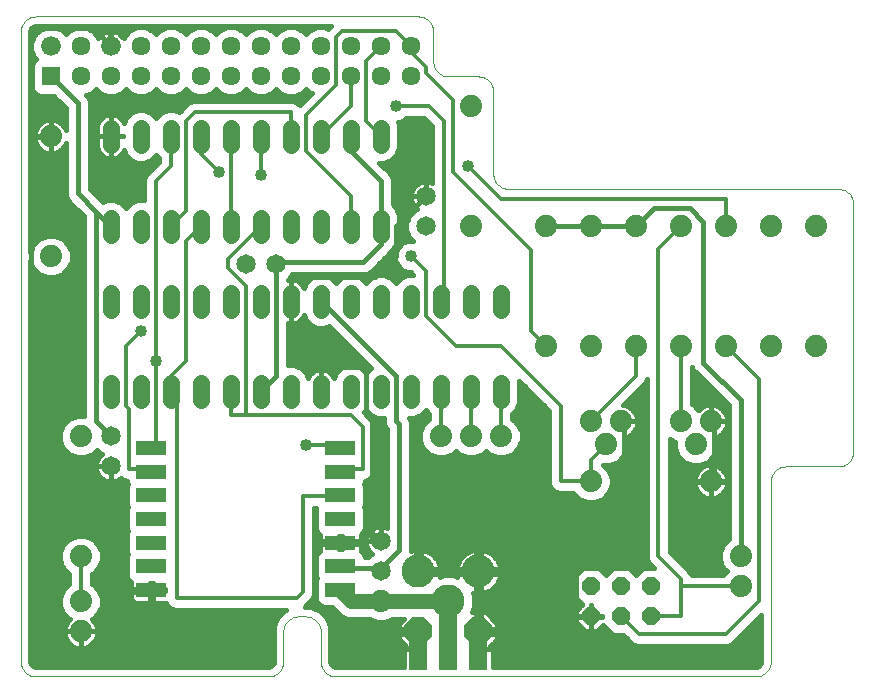
<source format=gtl>
G75*
G70*
%OFA0B0*%
%FSLAX24Y24*%
%IPPOS*%
%LPD*%
%AMOC8*
5,1,8,0,0,1.08239X$1,22.5*
%
%ADD10C,0.0000*%
%ADD11R,0.0634X0.0634*%
%ADD12C,0.0660*%
%ADD13C,0.0634*%
%ADD14C,0.1100*%
%ADD15OC8,0.0915*%
%ADD16R,0.0600X0.1600*%
%ADD17C,0.0600*%
%ADD18C,0.0650*%
%ADD19R,0.1000X0.0500*%
%ADD20C,0.0560*%
%ADD21C,0.0740*%
%ADD22OC8,0.0600*%
%ADD23C,0.0150*%
%ADD24C,0.0160*%
%ADD25C,0.0436*%
%ADD26C,0.0120*%
%ADD27C,0.0400*%
%ADD28C,0.0500*%
%ADD29C,0.0240*%
D10*
X001680Y001180D02*
X009430Y001180D01*
X009474Y001182D01*
X009517Y001188D01*
X009559Y001197D01*
X009601Y001210D01*
X009641Y001227D01*
X009680Y001247D01*
X009717Y001270D01*
X009751Y001297D01*
X009784Y001326D01*
X009813Y001359D01*
X009840Y001393D01*
X009863Y001430D01*
X009883Y001469D01*
X009900Y001509D01*
X009913Y001551D01*
X009922Y001593D01*
X009928Y001636D01*
X009930Y001680D01*
X009930Y002680D01*
X009932Y002724D01*
X009938Y002767D01*
X009947Y002809D01*
X009960Y002851D01*
X009977Y002891D01*
X009997Y002930D01*
X010020Y002967D01*
X010047Y003001D01*
X010076Y003034D01*
X010109Y003063D01*
X010143Y003090D01*
X010180Y003113D01*
X010219Y003133D01*
X010259Y003150D01*
X010301Y003163D01*
X010343Y003172D01*
X010386Y003178D01*
X010430Y003180D01*
X010680Y003180D01*
X010724Y003178D01*
X010767Y003172D01*
X010809Y003163D01*
X010851Y003150D01*
X010891Y003133D01*
X010930Y003113D01*
X010967Y003090D01*
X011001Y003063D01*
X011034Y003034D01*
X011063Y003001D01*
X011090Y002967D01*
X011113Y002930D01*
X011133Y002891D01*
X011150Y002851D01*
X011163Y002809D01*
X011172Y002767D01*
X011178Y002724D01*
X011180Y002680D01*
X011180Y001680D01*
X011182Y001636D01*
X011188Y001593D01*
X011197Y001551D01*
X011210Y001509D01*
X011227Y001469D01*
X011247Y001430D01*
X011270Y001393D01*
X011297Y001359D01*
X011326Y001326D01*
X011359Y001297D01*
X011393Y001270D01*
X011430Y001247D01*
X011469Y001227D01*
X011509Y001210D01*
X011551Y001197D01*
X011593Y001188D01*
X011636Y001182D01*
X011680Y001180D01*
X025680Y001180D01*
X025724Y001182D01*
X025767Y001188D01*
X025809Y001197D01*
X025851Y001210D01*
X025891Y001227D01*
X025930Y001247D01*
X025967Y001270D01*
X026001Y001297D01*
X026034Y001326D01*
X026063Y001359D01*
X026090Y001393D01*
X026113Y001430D01*
X026133Y001469D01*
X026150Y001509D01*
X026163Y001551D01*
X026172Y001593D01*
X026178Y001636D01*
X026180Y001680D01*
X026180Y007680D01*
X026182Y007724D01*
X026188Y007767D01*
X026197Y007809D01*
X026210Y007851D01*
X026227Y007891D01*
X026247Y007930D01*
X026270Y007967D01*
X026297Y008001D01*
X026326Y008034D01*
X026359Y008063D01*
X026393Y008090D01*
X026430Y008113D01*
X026469Y008133D01*
X026509Y008150D01*
X026551Y008163D01*
X026593Y008172D01*
X026636Y008178D01*
X026680Y008180D01*
X028430Y008180D01*
X028474Y008182D01*
X028517Y008188D01*
X028559Y008197D01*
X028601Y008210D01*
X028641Y008227D01*
X028680Y008247D01*
X028717Y008270D01*
X028751Y008297D01*
X028784Y008326D01*
X028813Y008359D01*
X028840Y008393D01*
X028863Y008430D01*
X028883Y008469D01*
X028900Y008509D01*
X028913Y008551D01*
X028922Y008593D01*
X028928Y008636D01*
X028930Y008680D01*
X028930Y016930D01*
X028928Y016974D01*
X028922Y017017D01*
X028913Y017059D01*
X028900Y017101D01*
X028883Y017141D01*
X028863Y017180D01*
X028840Y017217D01*
X028813Y017251D01*
X028784Y017284D01*
X028751Y017313D01*
X028717Y017340D01*
X028680Y017363D01*
X028641Y017383D01*
X028601Y017400D01*
X028559Y017413D01*
X028517Y017422D01*
X028474Y017428D01*
X028430Y017430D01*
X017430Y017430D01*
X017386Y017432D01*
X017343Y017438D01*
X017301Y017447D01*
X017259Y017460D01*
X017219Y017477D01*
X017180Y017497D01*
X017143Y017520D01*
X017109Y017547D01*
X017076Y017576D01*
X017047Y017609D01*
X017020Y017643D01*
X016997Y017680D01*
X016977Y017719D01*
X016960Y017759D01*
X016947Y017801D01*
X016938Y017843D01*
X016932Y017886D01*
X016930Y017930D01*
X016930Y020680D01*
X016928Y020724D01*
X016922Y020767D01*
X016913Y020809D01*
X016900Y020851D01*
X016883Y020891D01*
X016863Y020930D01*
X016840Y020967D01*
X016813Y021001D01*
X016784Y021034D01*
X016751Y021063D01*
X016717Y021090D01*
X016680Y021113D01*
X016641Y021133D01*
X016601Y021150D01*
X016559Y021163D01*
X016517Y021172D01*
X016474Y021178D01*
X016430Y021180D01*
X015430Y021180D01*
X015386Y021182D01*
X015343Y021188D01*
X015301Y021197D01*
X015259Y021210D01*
X015219Y021227D01*
X015180Y021247D01*
X015143Y021270D01*
X015109Y021297D01*
X015076Y021326D01*
X015047Y021359D01*
X015020Y021393D01*
X014997Y021430D01*
X014977Y021469D01*
X014960Y021509D01*
X014947Y021551D01*
X014938Y021593D01*
X014932Y021636D01*
X014930Y021680D01*
X014930Y022680D01*
X014928Y022724D01*
X014922Y022767D01*
X014913Y022809D01*
X014900Y022851D01*
X014883Y022891D01*
X014863Y022930D01*
X014840Y022967D01*
X014813Y023001D01*
X014784Y023034D01*
X014751Y023063D01*
X014717Y023090D01*
X014680Y023113D01*
X014641Y023133D01*
X014601Y023150D01*
X014559Y023163D01*
X014517Y023172D01*
X014474Y023178D01*
X014430Y023180D01*
X001680Y023180D01*
X001636Y023178D01*
X001593Y023172D01*
X001551Y023163D01*
X001509Y023150D01*
X001469Y023133D01*
X001430Y023113D01*
X001393Y023090D01*
X001359Y023063D01*
X001326Y023034D01*
X001297Y023001D01*
X001270Y022967D01*
X001247Y022930D01*
X001227Y022891D01*
X001210Y022851D01*
X001197Y022809D01*
X001188Y022767D01*
X001182Y022724D01*
X001180Y022680D01*
X001180Y001680D01*
X001182Y001636D01*
X001188Y001593D01*
X001197Y001551D01*
X001210Y001509D01*
X001227Y001469D01*
X001247Y001430D01*
X001270Y001393D01*
X001297Y001359D01*
X001326Y001326D01*
X001359Y001297D01*
X001393Y001270D01*
X001430Y001247D01*
X001469Y001227D01*
X001509Y001210D01*
X001551Y001197D01*
X001593Y001188D01*
X001636Y001182D01*
X001680Y001180D01*
D11*
X002180Y021180D03*
D12*
X002180Y022180D03*
X004180Y022180D03*
D13*
X003180Y022180D03*
X003180Y021180D03*
X004180Y021180D03*
X005180Y021180D03*
X006180Y021180D03*
X007180Y021180D03*
X008180Y021180D03*
X009180Y021180D03*
X010180Y021180D03*
X011180Y021180D03*
X012180Y021180D03*
X013180Y021180D03*
X014180Y021180D03*
X014180Y022180D03*
X013180Y022180D03*
X012180Y022180D03*
X011180Y022180D03*
X010180Y022180D03*
X009180Y022180D03*
X008180Y022180D03*
X007180Y022180D03*
X006180Y022180D03*
X005180Y022180D03*
D14*
X014430Y004680D03*
X015430Y003680D03*
X016430Y004680D03*
D15*
X016430Y002680D03*
X014430Y002680D03*
D16*
X014430Y002180D03*
X015430Y002180D03*
X016430Y002180D03*
D17*
X015430Y002180D02*
X015430Y003680D01*
D18*
X013180Y004680D03*
X013180Y005680D03*
X004180Y008180D03*
X004180Y009180D03*
X008680Y014930D03*
X009680Y014930D03*
X014680Y016180D03*
X014680Y017180D03*
D19*
X011830Y008792D03*
X011830Y008005D03*
X011830Y007217D03*
X011830Y006430D03*
X011830Y005643D03*
X011830Y004855D03*
X011830Y004068D03*
X005530Y004068D03*
X005530Y004855D03*
X005530Y005643D03*
X005530Y006430D03*
X005530Y007217D03*
X005530Y008005D03*
X005530Y008792D03*
D20*
X005180Y010400D02*
X005180Y010960D01*
X006180Y010960D02*
X006180Y010400D01*
X007180Y010400D02*
X007180Y010960D01*
X008180Y010960D02*
X008180Y010400D01*
X009180Y010400D02*
X009180Y010960D01*
X010180Y010960D02*
X010180Y010400D01*
X011180Y010400D02*
X011180Y010960D01*
X012180Y010960D02*
X012180Y010400D01*
X013180Y010400D02*
X013180Y010960D01*
X014180Y010960D02*
X014180Y010400D01*
X015180Y010400D02*
X015180Y010960D01*
X016180Y010960D02*
X016180Y010400D01*
X017180Y010400D02*
X017180Y010960D01*
X017180Y013400D02*
X017180Y013960D01*
X016180Y013960D02*
X016180Y013400D01*
X015180Y013400D02*
X015180Y013960D01*
X014180Y013960D02*
X014180Y013400D01*
X013180Y013400D02*
X013180Y013960D01*
X012180Y013960D02*
X012180Y013400D01*
X011180Y013400D02*
X011180Y013960D01*
X010180Y013960D02*
X010180Y013400D01*
X009180Y013400D02*
X009180Y013960D01*
X008180Y013960D02*
X008180Y013400D01*
X007180Y013400D02*
X007180Y013960D01*
X006180Y013960D02*
X006180Y013400D01*
X005180Y013400D02*
X005180Y013960D01*
X004180Y013960D02*
X004180Y013400D01*
X004180Y015900D02*
X004180Y016460D01*
X005180Y016460D02*
X005180Y015900D01*
X006180Y015900D02*
X006180Y016460D01*
X007180Y016460D02*
X007180Y015900D01*
X008180Y015900D02*
X008180Y016460D01*
X009180Y016460D02*
X009180Y015900D01*
X010180Y015900D02*
X010180Y016460D01*
X011180Y016460D02*
X011180Y015900D01*
X012180Y015900D02*
X012180Y016460D01*
X013180Y016460D02*
X013180Y015900D01*
X013180Y018900D02*
X013180Y019460D01*
X012180Y019460D02*
X012180Y018900D01*
X011180Y018900D02*
X011180Y019460D01*
X010180Y019460D02*
X010180Y018900D01*
X009180Y018900D02*
X009180Y019460D01*
X008180Y019460D02*
X008180Y018900D01*
X007180Y018900D02*
X007180Y019460D01*
X006180Y019460D02*
X006180Y018900D01*
X005180Y018900D02*
X005180Y019460D01*
X004180Y019460D02*
X004180Y018900D01*
X004180Y010960D02*
X004180Y010400D01*
D21*
X003180Y009180D03*
X003180Y005180D03*
X003180Y003680D03*
X003180Y002680D03*
X013180Y003680D03*
X015180Y009180D03*
X016180Y009180D03*
X017180Y009180D03*
X020180Y009680D03*
X020680Y008930D03*
X021180Y009680D03*
X023180Y009680D03*
X023680Y008930D03*
X024180Y009680D03*
X024180Y007680D03*
X025180Y005180D03*
X025180Y004180D03*
X020180Y007680D03*
X020180Y012180D03*
X018680Y012180D03*
X021680Y012180D03*
X023180Y012180D03*
X024680Y012180D03*
X026180Y012180D03*
X027680Y012180D03*
X027680Y016180D03*
X026180Y016180D03*
X024680Y016180D03*
X023180Y016180D03*
X021680Y016180D03*
X020180Y016180D03*
X018680Y016180D03*
X016180Y016180D03*
X016180Y020180D03*
X002180Y019180D03*
X002180Y015180D03*
D22*
X020180Y004180D03*
X021180Y004180D03*
X021180Y003180D03*
X020180Y003180D03*
X022180Y003180D03*
X022180Y004180D03*
D23*
X020180Y003180D02*
X019680Y003180D01*
X019680Y004880D01*
X021280Y006480D01*
X021280Y009580D01*
X021180Y009680D01*
X023930Y011630D02*
X023930Y016330D01*
X023480Y016780D01*
X022280Y016780D01*
X021680Y016180D01*
X020180Y016180D01*
X018680Y016180D01*
X014680Y017180D02*
X013680Y016180D01*
X013680Y015180D01*
X012980Y014480D01*
X010180Y014480D01*
X010180Y013680D01*
X010180Y012480D01*
X011180Y011480D01*
X012680Y011480D01*
X012680Y009880D01*
X012880Y009680D01*
X012880Y005680D01*
X013180Y005680D01*
X012880Y005680D02*
X011880Y005680D01*
X011830Y005643D01*
X011830Y004855D02*
X011880Y004780D01*
X013180Y004780D01*
X013180Y004680D01*
X013180Y004780D02*
X013780Y005380D01*
X013780Y009580D01*
X013680Y009680D01*
X013680Y011180D01*
X011180Y013680D01*
X012580Y014980D02*
X009680Y014980D01*
X009680Y014930D01*
X009680Y011180D01*
X009180Y010680D01*
X011180Y010680D02*
X011180Y011480D01*
X012580Y014980D02*
X013180Y015580D01*
X013180Y016180D01*
X013180Y017680D01*
X012180Y018680D01*
X012180Y019180D01*
X004180Y016180D02*
X003730Y016630D01*
X003680Y016580D01*
X003680Y009680D01*
X004180Y009180D01*
X004180Y008180D02*
X001530Y008180D01*
X001530Y019180D01*
X002180Y019180D01*
X001530Y019180D02*
X001530Y022780D01*
X003580Y022780D01*
X004180Y022180D01*
X003080Y020280D02*
X002180Y021180D01*
X003080Y020280D02*
X003080Y017280D01*
X003730Y016630D01*
X004180Y008180D02*
X004180Y003980D01*
X004180Y002680D01*
X003180Y002680D01*
X004180Y003980D02*
X005480Y003980D01*
X005530Y004068D01*
X005580Y004080D01*
X014430Y004680D02*
X016430Y004680D01*
X016480Y004680D01*
X016480Y002680D01*
X016430Y002680D01*
X016480Y002680D02*
X016480Y002180D01*
X016430Y002180D01*
X014480Y002180D02*
X014430Y002180D01*
X014480Y002180D02*
X014480Y002680D01*
X014430Y002680D01*
X024180Y007680D02*
X024280Y007780D01*
X024280Y009580D01*
X024180Y009680D01*
X025180Y010380D02*
X023930Y011630D01*
X025180Y010380D02*
X025180Y005180D01*
D24*
X024785Y005761D02*
X024595Y005571D01*
X024490Y005317D01*
X024490Y005043D01*
X024595Y004789D01*
X024704Y004680D01*
X024595Y004571D01*
X024591Y004560D01*
X023537Y004560D01*
X023502Y004645D01*
X023395Y004752D01*
X022810Y005337D01*
X022810Y009086D01*
X022990Y009012D01*
X022990Y008793D01*
X023095Y008539D01*
X023289Y008345D01*
X023543Y008240D01*
X023817Y008240D01*
X024071Y008345D01*
X024265Y008539D01*
X024370Y008793D01*
X024370Y009067D01*
X024335Y009152D01*
X024391Y009170D01*
X024468Y009210D01*
X024538Y009260D01*
X024600Y009322D01*
X024650Y009392D01*
X024690Y009469D01*
X024716Y009551D01*
X024730Y009637D01*
X024730Y009680D01*
X024730Y009723D01*
X024716Y009809D01*
X024690Y009891D01*
X024650Y009968D01*
X024600Y010038D01*
X024538Y010100D01*
X024468Y010150D01*
X024391Y010190D01*
X024309Y010216D01*
X024223Y010230D01*
X024180Y010230D01*
X024180Y009680D01*
X024180Y009680D01*
X024730Y009680D01*
X024180Y009680D01*
X024180Y009680D01*
X024180Y010230D01*
X024137Y010230D01*
X024051Y010216D01*
X023969Y010190D01*
X023892Y010150D01*
X023822Y010100D01*
X023773Y010051D01*
X023765Y010071D01*
X023571Y010265D01*
X023560Y010269D01*
X023560Y011491D01*
X023595Y011406D01*
X023706Y011295D01*
X024785Y010216D01*
X024785Y005761D01*
X024785Y005777D02*
X022810Y005777D01*
X022810Y005935D02*
X024785Y005935D01*
X024785Y006094D02*
X022810Y006094D01*
X022810Y006252D02*
X024785Y006252D01*
X024785Y006411D02*
X022810Y006411D01*
X022810Y006569D02*
X024785Y006569D01*
X024785Y006728D02*
X022810Y006728D01*
X022810Y006886D02*
X024785Y006886D01*
X024785Y007045D02*
X022810Y007045D01*
X022810Y007203D02*
X023905Y007203D01*
X023892Y007210D02*
X023969Y007170D01*
X024051Y007144D01*
X024137Y007130D01*
X024171Y007130D01*
X024171Y007671D01*
X024189Y007671D01*
X024189Y007689D01*
X024730Y007689D01*
X024730Y007723D01*
X024716Y007809D01*
X024690Y007891D01*
X024650Y007968D01*
X024600Y008038D01*
X024538Y008100D01*
X024468Y008150D01*
X024391Y008190D01*
X024309Y008216D01*
X024223Y008230D01*
X024189Y008230D01*
X024189Y007689D01*
X024171Y007689D01*
X024171Y008230D01*
X024137Y008230D01*
X024051Y008216D01*
X023969Y008190D01*
X023892Y008150D01*
X023822Y008100D01*
X023760Y008038D01*
X023710Y007968D01*
X023670Y007891D01*
X023644Y007809D01*
X023630Y007723D01*
X023630Y007689D01*
X024171Y007689D01*
X024171Y007671D01*
X023630Y007671D01*
X023630Y007637D01*
X023644Y007551D01*
X023670Y007469D01*
X023710Y007392D01*
X023760Y007322D01*
X023822Y007260D01*
X023892Y007210D01*
X023732Y007362D02*
X022810Y007362D01*
X022810Y007520D02*
X023654Y007520D01*
X023653Y007837D02*
X022810Y007837D01*
X022810Y007679D02*
X024171Y007679D01*
X024189Y007679D02*
X024785Y007679D01*
X024730Y007671D02*
X024189Y007671D01*
X024189Y007130D01*
X024223Y007130D01*
X024309Y007144D01*
X024391Y007170D01*
X024468Y007210D01*
X024538Y007260D01*
X024600Y007322D01*
X024650Y007392D01*
X024690Y007469D01*
X024716Y007551D01*
X024730Y007637D01*
X024730Y007671D01*
X024706Y007520D02*
X024785Y007520D01*
X024785Y007362D02*
X024628Y007362D01*
X024785Y007203D02*
X024455Y007203D01*
X024189Y007203D02*
X024171Y007203D01*
X024171Y007362D02*
X024189Y007362D01*
X024189Y007520D02*
X024171Y007520D01*
X024171Y007837D02*
X024189Y007837D01*
X024189Y007996D02*
X024171Y007996D01*
X024171Y008154D02*
X024189Y008154D01*
X023992Y008313D02*
X024785Y008313D01*
X024785Y008471D02*
X024197Y008471D01*
X024302Y008630D02*
X024785Y008630D01*
X024785Y008788D02*
X024368Y008788D01*
X024370Y008947D02*
X024785Y008947D01*
X024785Y009105D02*
X024354Y009105D01*
X024541Y009264D02*
X024785Y009264D01*
X024785Y009422D02*
X024666Y009422D01*
X024721Y009581D02*
X024785Y009581D01*
X024785Y009739D02*
X024728Y009739D01*
X024686Y009898D02*
X024785Y009898D01*
X024785Y010056D02*
X024582Y010056D01*
X024785Y010215D02*
X024315Y010215D01*
X024180Y010215D02*
X024180Y010215D01*
X024045Y010215D02*
X023621Y010215D01*
X023560Y010373D02*
X024628Y010373D01*
X024470Y010532D02*
X023560Y010532D01*
X023560Y010690D02*
X024311Y010690D01*
X024153Y010849D02*
X023560Y010849D01*
X023560Y011007D02*
X023994Y011007D01*
X023836Y011166D02*
X023560Y011166D01*
X023560Y011324D02*
X023677Y011324D01*
X023564Y011483D02*
X023560Y011483D01*
X022050Y011080D02*
X022050Y005104D01*
X022108Y004965D01*
X022273Y004800D01*
X021923Y004800D01*
X021680Y004557D01*
X021437Y004800D01*
X020923Y004800D01*
X020680Y004557D01*
X020437Y004800D01*
X019923Y004800D01*
X019560Y004437D01*
X019560Y003923D01*
X019902Y003581D01*
X019700Y003379D01*
X019700Y003190D01*
X020170Y003190D01*
X020170Y003560D01*
X020190Y003560D01*
X020190Y003190D01*
X020170Y003190D01*
X020170Y003170D01*
X020190Y003170D01*
X020190Y003190D01*
X020560Y003190D01*
X020560Y003170D01*
X020190Y003170D01*
X020190Y002700D01*
X020379Y002700D01*
X020581Y002902D01*
X020923Y002560D01*
X021263Y002560D01*
X021458Y002365D01*
X021565Y002258D01*
X021704Y002200D01*
X024756Y002200D01*
X024895Y002258D01*
X025002Y002365D01*
X025860Y003223D01*
X025860Y001680D01*
X025857Y001645D01*
X025830Y001580D01*
X025780Y001530D01*
X025715Y001503D01*
X025680Y001500D01*
X016910Y001500D01*
X016910Y002110D01*
X016762Y002110D01*
X016902Y002250D01*
X016910Y002250D01*
X016910Y002258D01*
X017067Y002416D01*
X017067Y002607D01*
X020877Y002607D01*
X020718Y002765D02*
X020444Y002765D01*
X020190Y002765D02*
X020170Y002765D01*
X020170Y002700D02*
X020170Y003170D01*
X019700Y003170D01*
X019700Y002981D01*
X019981Y002700D01*
X020170Y002700D01*
X020170Y002924D02*
X020190Y002924D01*
X020190Y003082D02*
X020170Y003082D01*
X020170Y003241D02*
X020190Y003241D01*
X020190Y003399D02*
X020170Y003399D01*
X020170Y003558D02*
X020190Y003558D01*
X019879Y003558D02*
X016300Y003558D01*
X016300Y003507D02*
X016300Y003853D01*
X016251Y003972D01*
X016287Y003962D01*
X016357Y003953D01*
X016357Y004607D01*
X015703Y004607D01*
X015712Y004537D01*
X015722Y004501D01*
X015603Y004550D01*
X015257Y004550D01*
X015138Y004501D01*
X015148Y004537D01*
X015157Y004607D01*
X014503Y004607D01*
X014503Y004753D01*
X014357Y004753D01*
X014357Y005407D01*
X014287Y005398D01*
X014195Y005373D01*
X014175Y005365D01*
X014175Y009659D01*
X014116Y009800D01*
X014299Y009800D01*
X014520Y009891D01*
X014680Y010051D01*
X014800Y009931D01*
X014800Y009769D01*
X014789Y009765D01*
X014595Y009571D01*
X014490Y009317D01*
X014490Y009043D01*
X014595Y008789D01*
X014789Y008595D01*
X015043Y008490D01*
X015317Y008490D01*
X015571Y008595D01*
X015680Y008704D01*
X015789Y008595D01*
X016043Y008490D01*
X016317Y008490D01*
X016571Y008595D01*
X016680Y008704D01*
X016789Y008595D01*
X017043Y008490D01*
X017317Y008490D01*
X017571Y008595D01*
X017765Y008789D01*
X017870Y009043D01*
X017870Y009317D01*
X017765Y009571D01*
X017571Y009765D01*
X017560Y009769D01*
X017560Y009931D01*
X017689Y010060D01*
X017780Y010281D01*
X017780Y011043D01*
X018800Y010023D01*
X018800Y007604D01*
X018858Y007465D01*
X018965Y007358D01*
X019104Y007300D01*
X019591Y007300D01*
X019595Y007289D01*
X019789Y007095D01*
X020043Y006990D01*
X020317Y006990D01*
X020571Y007095D01*
X020765Y007289D01*
X020870Y007543D01*
X020870Y007817D01*
X020765Y008071D01*
X020596Y008240D01*
X020817Y008240D01*
X021071Y008345D01*
X021265Y008539D01*
X021370Y008793D01*
X021370Y009067D01*
X021335Y009152D01*
X021391Y009170D01*
X021468Y009210D01*
X021538Y009260D01*
X021600Y009322D01*
X021650Y009392D01*
X021690Y009469D01*
X021716Y009551D01*
X021730Y009637D01*
X021730Y009680D01*
X021730Y009723D01*
X021716Y009809D01*
X021690Y009891D01*
X021650Y009968D01*
X021600Y010038D01*
X021538Y010100D01*
X021468Y010150D01*
X021391Y010190D01*
X021309Y010216D01*
X021261Y010224D01*
X021895Y010858D01*
X022002Y010965D01*
X022050Y011080D01*
X022050Y011007D02*
X022020Y011007D01*
X022050Y010849D02*
X021886Y010849D01*
X021727Y010690D02*
X022050Y010690D01*
X022050Y010532D02*
X021569Y010532D01*
X021410Y010373D02*
X022050Y010373D01*
X022050Y010215D02*
X021315Y010215D01*
X021582Y010056D02*
X022050Y010056D01*
X022050Y009898D02*
X021686Y009898D01*
X021728Y009739D02*
X022050Y009739D01*
X022050Y009581D02*
X021721Y009581D01*
X021730Y009680D02*
X021180Y009680D01*
X021730Y009680D01*
X021666Y009422D02*
X022050Y009422D01*
X022050Y009264D02*
X021541Y009264D01*
X021354Y009105D02*
X022050Y009105D01*
X022050Y008947D02*
X021370Y008947D01*
X021368Y008788D02*
X022050Y008788D01*
X022050Y008630D02*
X021302Y008630D01*
X021197Y008471D02*
X022050Y008471D01*
X022050Y008313D02*
X020992Y008313D01*
X020682Y008154D02*
X022050Y008154D01*
X022050Y007996D02*
X020796Y007996D01*
X020862Y007837D02*
X022050Y007837D01*
X022050Y007679D02*
X020870Y007679D01*
X020861Y007520D02*
X022050Y007520D01*
X022050Y007362D02*
X020795Y007362D01*
X020679Y007203D02*
X022050Y007203D01*
X022050Y007045D02*
X020449Y007045D01*
X019911Y007045D02*
X014175Y007045D01*
X014175Y007203D02*
X019681Y007203D01*
X018961Y007362D02*
X014175Y007362D01*
X014175Y007520D02*
X018835Y007520D01*
X018800Y007679D02*
X014175Y007679D01*
X014175Y007837D02*
X018800Y007837D01*
X018800Y007996D02*
X014175Y007996D01*
X014175Y008154D02*
X018800Y008154D01*
X018800Y008313D02*
X014175Y008313D01*
X014175Y008471D02*
X018800Y008471D01*
X018800Y008630D02*
X017605Y008630D01*
X017764Y008788D02*
X018800Y008788D01*
X018800Y008947D02*
X017830Y008947D01*
X017870Y009105D02*
X018800Y009105D01*
X018800Y009264D02*
X017870Y009264D01*
X017827Y009422D02*
X018800Y009422D01*
X018800Y009581D02*
X017755Y009581D01*
X017597Y009739D02*
X018800Y009739D01*
X018800Y009898D02*
X017560Y009898D01*
X017685Y010056D02*
X018767Y010056D01*
X018608Y010215D02*
X017753Y010215D01*
X017780Y010373D02*
X018450Y010373D01*
X018291Y010532D02*
X017780Y010532D01*
X017780Y010690D02*
X018133Y010690D01*
X017974Y010849D02*
X017780Y010849D01*
X017780Y011007D02*
X017816Y011007D01*
X016755Y008630D02*
X016605Y008630D01*
X015755Y008630D02*
X015605Y008630D01*
X014755Y008630D02*
X014175Y008630D01*
X014175Y008788D02*
X014596Y008788D01*
X014530Y008947D02*
X014175Y008947D01*
X014175Y009105D02*
X014490Y009105D01*
X014490Y009264D02*
X014175Y009264D01*
X014175Y009422D02*
X014533Y009422D01*
X014605Y009581D02*
X014175Y009581D01*
X014142Y009739D02*
X014763Y009739D01*
X014800Y009898D02*
X014526Y009898D01*
X013385Y009416D02*
X013385Y006142D01*
X013374Y006148D01*
X013298Y006173D01*
X013220Y006185D01*
X013180Y006185D01*
X013180Y005680D01*
X013180Y005680D01*
X013180Y005680D01*
X012675Y005680D01*
X012675Y005720D01*
X012687Y005798D01*
X012712Y005874D01*
X012748Y005945D01*
X012795Y006009D01*
X012851Y006065D01*
X012915Y006112D01*
X012986Y006148D01*
X013062Y006173D01*
X013140Y006185D01*
X013180Y006185D01*
X013180Y005680D01*
X012675Y005680D01*
X012675Y005640D01*
X012687Y005562D01*
X012712Y005486D01*
X012748Y005415D01*
X012795Y005351D01*
X012851Y005295D01*
X012897Y005261D01*
X012815Y005227D01*
X012763Y005175D01*
X012647Y005175D01*
X012601Y005286D01*
X012511Y005376D01*
X012510Y005377D01*
X012510Y005598D01*
X011875Y005598D01*
X011875Y005688D01*
X011785Y005688D01*
X011785Y005860D01*
X011875Y005860D01*
X011875Y005688D01*
X012510Y005688D01*
X012510Y005908D01*
X012511Y005909D01*
X012601Y005999D01*
X012650Y006116D01*
X012650Y006744D01*
X012616Y006824D01*
X012650Y006904D01*
X012650Y007531D01*
X012616Y007611D01*
X012650Y007691D01*
X012650Y007700D01*
X012656Y007700D01*
X012795Y007758D01*
X012902Y007865D01*
X012960Y008004D01*
X012960Y009556D01*
X012902Y009695D01*
X012613Y009984D01*
X012680Y010051D01*
X012840Y009891D01*
X013061Y009800D01*
X013285Y009800D01*
X013285Y009601D01*
X013345Y009456D01*
X013385Y009416D01*
X013379Y009422D02*
X012960Y009422D01*
X012960Y009264D02*
X013385Y009264D01*
X013385Y009105D02*
X012960Y009105D01*
X012960Y008947D02*
X013385Y008947D01*
X013385Y008788D02*
X012960Y008788D01*
X012960Y008630D02*
X013385Y008630D01*
X013385Y008471D02*
X012960Y008471D01*
X012960Y008313D02*
X013385Y008313D01*
X013385Y008154D02*
X012960Y008154D01*
X012956Y007996D02*
X013385Y007996D01*
X013385Y007837D02*
X012874Y007837D01*
X012644Y007679D02*
X013385Y007679D01*
X013385Y007520D02*
X012650Y007520D01*
X012650Y007362D02*
X013385Y007362D01*
X013385Y007203D02*
X012650Y007203D01*
X012650Y007045D02*
X013385Y007045D01*
X013385Y006886D02*
X012642Y006886D01*
X012650Y006728D02*
X013385Y006728D01*
X013385Y006569D02*
X012650Y006569D01*
X012650Y006411D02*
X013385Y006411D01*
X013385Y006252D02*
X012650Y006252D01*
X012640Y006094D02*
X012890Y006094D01*
X012743Y005935D02*
X012537Y005935D01*
X012510Y005777D02*
X012684Y005777D01*
X012679Y005618D02*
X011875Y005618D01*
X011875Y005598D02*
X011785Y005598D01*
X011785Y005425D01*
X011875Y005425D01*
X011875Y005598D01*
X011785Y005598D02*
X011785Y005688D01*
X011150Y005688D01*
X011150Y005908D01*
X011148Y005909D01*
X011058Y005999D01*
X011010Y006116D01*
X011010Y006744D01*
X011033Y006800D01*
X010960Y006800D01*
X010960Y004056D01*
X010960Y003904D01*
X010902Y003765D01*
X010702Y003565D01*
X010637Y003500D01*
X010843Y003500D01*
X011144Y003375D01*
X011144Y003375D01*
X011375Y003144D01*
X011375Y003144D01*
X011500Y002843D01*
X011500Y001680D01*
X011503Y001645D01*
X011530Y001580D01*
X011580Y001530D01*
X011645Y001503D01*
X011680Y001500D01*
X013950Y001500D01*
X013950Y002110D01*
X014098Y002110D01*
X013958Y002250D01*
X013950Y002250D01*
X013950Y002258D01*
X013793Y002416D01*
X013793Y002607D01*
X013950Y002607D01*
X013950Y002753D01*
X013793Y002753D01*
X013793Y002944D01*
X013958Y003110D01*
X013586Y003110D01*
X013571Y003095D01*
X013317Y002990D01*
X013043Y002990D01*
X012789Y003095D01*
X012774Y003110D01*
X012067Y003110D01*
X011857Y003197D01*
X011556Y003498D01*
X011266Y003498D01*
X011148Y003547D01*
X011058Y003637D01*
X011010Y003754D01*
X011010Y004381D01*
X011043Y004461D01*
X011010Y004542D01*
X011010Y005169D01*
X011058Y005286D01*
X011148Y005376D01*
X011150Y005377D01*
X011150Y005598D01*
X011785Y005598D01*
X011785Y005618D02*
X010960Y005618D01*
X010960Y005460D02*
X011150Y005460D01*
X011073Y005301D02*
X010960Y005301D01*
X010960Y005143D02*
X011010Y005143D01*
X011010Y004984D02*
X010960Y004984D01*
X010960Y004826D02*
X011010Y004826D01*
X011010Y004667D02*
X010960Y004667D01*
X010960Y004509D02*
X011023Y004509D01*
X011010Y004350D02*
X010960Y004350D01*
X010960Y004192D02*
X011010Y004192D01*
X011010Y004033D02*
X010960Y004033D01*
X010948Y003875D02*
X011010Y003875D01*
X011025Y003716D02*
X010853Y003716D01*
X010695Y003558D02*
X011137Y003558D01*
X011087Y003399D02*
X011655Y003399D01*
X011813Y003241D02*
X011279Y003241D01*
X011401Y003082D02*
X012821Y003082D01*
X013539Y003082D02*
X013930Y003082D01*
X013793Y002924D02*
X011467Y002924D01*
X011500Y002765D02*
X013793Y002765D01*
X013793Y002607D02*
X011500Y002607D01*
X011500Y002448D02*
X013793Y002448D01*
X013919Y002290D02*
X011500Y002290D01*
X011500Y002131D02*
X014077Y002131D01*
X013950Y001973D02*
X011500Y001973D01*
X011500Y001814D02*
X013950Y001814D01*
X013950Y001656D02*
X011502Y001656D01*
X009610Y001680D02*
X009607Y001645D01*
X009580Y001580D01*
X009530Y001530D01*
X009465Y001503D01*
X009430Y001500D01*
X001680Y001500D01*
X001645Y001503D01*
X001580Y001530D01*
X001530Y001580D01*
X001503Y001645D01*
X001500Y001680D01*
X001500Y015019D01*
X001595Y014789D01*
X001789Y014595D01*
X002043Y014490D01*
X002317Y014490D01*
X002571Y014595D01*
X002765Y014789D01*
X002870Y015043D01*
X002870Y015317D01*
X002765Y015571D01*
X002571Y015765D01*
X002317Y015870D01*
X002043Y015870D01*
X001789Y015765D01*
X001595Y015571D01*
X001500Y015341D01*
X001500Y022680D01*
X001503Y022715D01*
X001530Y022780D01*
X001580Y022830D01*
X001645Y022857D01*
X001680Y022860D01*
X011523Y022860D01*
X011429Y022766D01*
X011307Y022817D01*
X011053Y022817D01*
X010819Y022720D01*
X010680Y022581D01*
X010541Y022720D01*
X010307Y022817D01*
X010053Y022817D01*
X009819Y022720D01*
X009680Y022581D01*
X009541Y022720D01*
X009307Y022817D01*
X009053Y022817D01*
X008819Y022720D01*
X008680Y022581D01*
X008541Y022720D01*
X008307Y022817D01*
X008053Y022817D01*
X007819Y022720D01*
X007680Y022581D01*
X007541Y022720D01*
X007307Y022817D01*
X007053Y022817D01*
X006819Y022720D01*
X006680Y022581D01*
X006541Y022720D01*
X006307Y022817D01*
X006053Y022817D01*
X005819Y022720D01*
X005680Y022581D01*
X005541Y022720D01*
X005307Y022817D01*
X005053Y022817D01*
X004819Y022720D01*
X004640Y022541D01*
X004607Y022460D01*
X004569Y022512D01*
X004512Y022569D01*
X004447Y022616D01*
X004376Y022653D01*
X004299Y022677D01*
X004220Y022690D01*
X004198Y022690D01*
X004198Y022198D01*
X004162Y022198D01*
X004162Y022690D01*
X004140Y022690D01*
X004061Y022677D01*
X003984Y022653D01*
X003913Y022616D01*
X003848Y022569D01*
X003791Y022512D01*
X003753Y022460D01*
X003720Y022541D01*
X003541Y022720D01*
X003307Y022817D01*
X003053Y022817D01*
X002819Y022720D01*
X002689Y022590D01*
X002548Y022731D01*
X002309Y022830D01*
X002051Y022830D01*
X001812Y022731D01*
X001629Y022548D01*
X001530Y022309D01*
X001530Y022051D01*
X001629Y021812D01*
X001677Y021764D01*
X001592Y021678D01*
X001543Y021561D01*
X001543Y020799D01*
X001592Y020682D01*
X001682Y020592D01*
X001799Y020543D01*
X002258Y020543D01*
X002685Y020116D01*
X002685Y019400D01*
X002650Y019468D01*
X002600Y019538D01*
X002538Y019600D01*
X002468Y019650D01*
X002391Y019690D01*
X002309Y019716D01*
X002223Y019730D01*
X002189Y019730D01*
X002189Y019189D01*
X002171Y019189D01*
X002171Y019730D01*
X002137Y019730D01*
X002051Y019716D01*
X001969Y019690D01*
X001892Y019650D01*
X001822Y019600D01*
X001760Y019538D01*
X001710Y019468D01*
X001670Y019391D01*
X001644Y019309D01*
X001630Y019223D01*
X001630Y019189D01*
X002171Y019189D01*
X002171Y019171D01*
X002189Y019171D01*
X002189Y018630D01*
X002223Y018630D01*
X002309Y018644D01*
X002391Y018670D01*
X002468Y018710D01*
X002538Y018760D01*
X002600Y018822D01*
X002650Y018892D01*
X002685Y018960D01*
X002685Y017201D01*
X002745Y017056D01*
X002856Y016945D01*
X003285Y016516D01*
X003285Y009870D01*
X003043Y009870D01*
X002789Y009765D01*
X002595Y009571D01*
X002490Y009317D01*
X002490Y009043D01*
X002595Y008789D01*
X002789Y008595D01*
X003043Y008490D01*
X003317Y008490D01*
X003571Y008595D01*
X003712Y008736D01*
X003815Y008633D01*
X003897Y008599D01*
X003851Y008565D01*
X003795Y008509D01*
X003748Y008445D01*
X003712Y008374D01*
X003687Y008298D01*
X003675Y008220D01*
X003675Y008180D01*
X004180Y008180D01*
X004180Y007675D01*
X004220Y007675D01*
X004298Y007687D01*
X004374Y007712D01*
X004445Y007748D01*
X004509Y007795D01*
X004518Y007804D01*
X004565Y007758D01*
X004704Y007700D01*
X004710Y007700D01*
X004710Y007691D01*
X004744Y007611D01*
X004710Y007531D01*
X004710Y006904D01*
X004744Y006824D01*
X004710Y006744D01*
X004710Y006116D01*
X004744Y006036D01*
X004710Y005956D01*
X004710Y005329D01*
X004744Y005249D01*
X004710Y005169D01*
X004710Y004542D01*
X004759Y004424D01*
X004849Y004334D01*
X004850Y004333D01*
X004850Y004113D01*
X005485Y004113D01*
X005485Y004023D01*
X004850Y004023D01*
X004850Y003794D01*
X004863Y003748D01*
X004886Y003707D01*
X004920Y003674D01*
X004961Y003650D01*
X005007Y003638D01*
X005485Y003638D01*
X005485Y004023D01*
X005575Y004023D01*
X005575Y003638D01*
X006028Y003638D01*
X006058Y003565D01*
X006165Y003458D01*
X006304Y003400D01*
X010025Y003400D01*
X009966Y003375D01*
X009966Y003375D01*
X009735Y003144D01*
X009610Y002843D01*
X009610Y001680D01*
X009608Y001656D02*
X001502Y001656D01*
X001500Y001814D02*
X009610Y001814D01*
X009610Y001973D02*
X001500Y001973D01*
X001500Y002131D02*
X003130Y002131D01*
X003137Y002130D02*
X003051Y002144D01*
X002969Y002170D01*
X002892Y002210D01*
X002822Y002260D01*
X002760Y002322D01*
X002710Y002392D01*
X002670Y002469D01*
X002644Y002551D01*
X002630Y002637D01*
X002630Y002680D01*
X003180Y002680D01*
X003730Y002680D01*
X003730Y002723D01*
X003716Y002809D01*
X003690Y002891D01*
X003650Y002968D01*
X003600Y003038D01*
X003551Y003087D01*
X003571Y003095D01*
X003765Y003289D01*
X003870Y003543D01*
X003870Y003817D01*
X003765Y004071D01*
X003571Y004265D01*
X003560Y004269D01*
X003560Y004591D01*
X003571Y004595D01*
X003765Y004789D01*
X003870Y005043D01*
X003870Y005317D01*
X003765Y005571D01*
X003571Y005765D01*
X003317Y005870D01*
X003043Y005870D01*
X002789Y005765D01*
X002595Y005571D01*
X002490Y005317D01*
X002490Y005043D01*
X002595Y004789D01*
X002789Y004595D01*
X002800Y004591D01*
X002800Y004269D01*
X002789Y004265D01*
X002595Y004071D01*
X002490Y003817D01*
X002490Y003543D01*
X002595Y003289D01*
X002789Y003095D01*
X002809Y003087D01*
X002760Y003038D01*
X002710Y002968D01*
X002670Y002891D01*
X002644Y002809D01*
X002630Y002723D01*
X002630Y002680D01*
X003180Y002680D01*
X003180Y002680D01*
X003180Y002680D01*
X003730Y002680D01*
X003730Y002637D01*
X003716Y002551D01*
X003690Y002469D01*
X003650Y002392D01*
X003600Y002322D01*
X003538Y002260D01*
X003468Y002210D01*
X003391Y002170D01*
X003309Y002144D01*
X003223Y002130D01*
X003180Y002130D01*
X003180Y002680D01*
X003180Y002680D01*
X003180Y002130D01*
X003137Y002130D01*
X003180Y002131D02*
X003180Y002131D01*
X003230Y002131D02*
X009610Y002131D01*
X009610Y002290D02*
X003567Y002290D01*
X003679Y002448D02*
X009610Y002448D01*
X009610Y002607D02*
X003725Y002607D01*
X003723Y002765D02*
X009610Y002765D01*
X009643Y002924D02*
X003673Y002924D01*
X003556Y003082D02*
X009709Y003082D01*
X009735Y003144D02*
X009735Y003144D01*
X009831Y003241D02*
X003716Y003241D01*
X003810Y003399D02*
X010023Y003399D01*
X012586Y005301D02*
X012845Y005301D01*
X012726Y005460D02*
X012510Y005460D01*
X011875Y005460D02*
X011785Y005460D01*
X011785Y005777D02*
X011875Y005777D01*
X011150Y005777D02*
X010960Y005777D01*
X010960Y005935D02*
X011122Y005935D01*
X011019Y006094D02*
X010960Y006094D01*
X010960Y006252D02*
X011010Y006252D01*
X011010Y006411D02*
X010960Y006411D01*
X010960Y006569D02*
X011010Y006569D01*
X011010Y006728D02*
X010960Y006728D01*
X013180Y006094D02*
X013180Y006094D01*
X013180Y005935D02*
X013180Y005935D01*
X013180Y005777D02*
X013180Y005777D01*
X014175Y005777D02*
X022050Y005777D01*
X022050Y005935D02*
X014175Y005935D01*
X014175Y006094D02*
X022050Y006094D01*
X022050Y006252D02*
X014175Y006252D01*
X014175Y006411D02*
X022050Y006411D01*
X022050Y006569D02*
X014175Y006569D01*
X014175Y006728D02*
X022050Y006728D01*
X022050Y006886D02*
X014175Y006886D01*
X014175Y005618D02*
X022050Y005618D01*
X022050Y005460D02*
X014175Y005460D01*
X014357Y005301D02*
X014503Y005301D01*
X014503Y005407D02*
X014503Y004753D01*
X015157Y004753D01*
X015148Y004823D01*
X015123Y004915D01*
X015086Y005004D01*
X015038Y005086D01*
X014980Y005162D01*
X014912Y005230D01*
X014836Y005288D01*
X014754Y005336D01*
X014665Y005373D01*
X014573Y005398D01*
X014503Y005407D01*
X014503Y005143D02*
X014357Y005143D01*
X014357Y004984D02*
X014503Y004984D01*
X014503Y004826D02*
X014357Y004826D01*
X014503Y004667D02*
X016357Y004667D01*
X016357Y004607D02*
X016357Y004753D01*
X016357Y005407D01*
X016287Y005398D01*
X016195Y005373D01*
X016106Y005336D01*
X016024Y005288D01*
X015948Y005230D01*
X015880Y005162D01*
X015822Y005086D01*
X015774Y005004D01*
X015737Y004915D01*
X015712Y004823D01*
X015703Y004753D01*
X016357Y004753D01*
X016503Y004753D01*
X016503Y005407D01*
X016573Y005398D01*
X016665Y005373D01*
X016754Y005336D01*
X016836Y005288D01*
X016912Y005230D01*
X016980Y005162D01*
X017038Y005086D01*
X017086Y005004D01*
X017123Y004915D01*
X017148Y004823D01*
X017157Y004753D01*
X016503Y004753D01*
X016503Y004607D01*
X017157Y004607D01*
X017148Y004537D01*
X017123Y004445D01*
X017086Y004356D01*
X017038Y004274D01*
X016980Y004198D01*
X016912Y004130D01*
X016836Y004072D01*
X016754Y004024D01*
X016665Y003987D01*
X016573Y003962D01*
X016503Y003953D01*
X016503Y004607D01*
X016357Y004607D01*
X016357Y004509D02*
X016503Y004509D01*
X016503Y004667D02*
X019790Y004667D01*
X019632Y004509D02*
X017140Y004509D01*
X017082Y004350D02*
X019560Y004350D01*
X019560Y004192D02*
X016974Y004192D01*
X016769Y004033D02*
X019560Y004033D01*
X019609Y003875D02*
X016291Y003875D01*
X016300Y003716D02*
X019767Y003716D01*
X019720Y003399D02*
X016255Y003399D01*
X016222Y003317D02*
X016300Y003507D01*
X016357Y003317D02*
X016222Y003317D01*
X016357Y003317D02*
X016357Y003160D01*
X016360Y003160D01*
X016360Y002753D01*
X016500Y002753D01*
X016500Y003160D01*
X016503Y003160D01*
X016503Y003317D01*
X016694Y003317D01*
X017067Y002944D01*
X017067Y002753D01*
X016910Y002753D01*
X016910Y002607D01*
X017067Y002607D01*
X017067Y002765D02*
X019916Y002765D01*
X019758Y002924D02*
X017067Y002924D01*
X016930Y003082D02*
X019700Y003082D01*
X019700Y003241D02*
X016771Y003241D01*
X016503Y003241D02*
X016357Y003241D01*
X016360Y003082D02*
X016500Y003082D01*
X016500Y002924D02*
X016360Y002924D01*
X016360Y002765D02*
X016500Y002765D01*
X016500Y002607D02*
X016360Y002607D01*
X016360Y002250D01*
X016500Y002250D01*
X016500Y002607D01*
X016360Y002607D01*
X016360Y002448D02*
X016500Y002448D01*
X016500Y002290D02*
X016360Y002290D01*
X016783Y002131D02*
X025860Y002131D01*
X025860Y001973D02*
X016910Y001973D01*
X016910Y001814D02*
X025860Y001814D01*
X025858Y001656D02*
X016910Y001656D01*
X016941Y002290D02*
X021533Y002290D01*
X021375Y002448D02*
X017067Y002448D01*
X016503Y004033D02*
X016357Y004033D01*
X016357Y004192D02*
X016503Y004192D01*
X016503Y004350D02*
X016357Y004350D01*
X016357Y004826D02*
X016503Y004826D01*
X016503Y004984D02*
X016357Y004984D01*
X016357Y005143D02*
X016503Y005143D01*
X016503Y005301D02*
X016357Y005301D01*
X016046Y005301D02*
X014814Y005301D01*
X014995Y005143D02*
X015865Y005143D01*
X015766Y004984D02*
X015094Y004984D01*
X015147Y004826D02*
X015713Y004826D01*
X015703Y004509D02*
X015720Y004509D01*
X015157Y004509D02*
X015140Y004509D01*
X014500Y003110D02*
X014500Y002753D01*
X014360Y002753D01*
X014360Y003110D01*
X014500Y003110D01*
X014500Y003082D02*
X014360Y003082D01*
X014360Y002924D02*
X014500Y002924D01*
X014500Y002765D02*
X014360Y002765D01*
X014360Y002607D02*
X014360Y002250D01*
X014500Y002250D01*
X014500Y002607D01*
X014360Y002607D01*
X014500Y002607D01*
X014500Y002448D02*
X014360Y002448D01*
X014360Y002290D02*
X014500Y002290D01*
X017147Y004826D02*
X022247Y004826D01*
X022100Y004984D02*
X017094Y004984D01*
X016995Y005143D02*
X022050Y005143D01*
X022050Y005301D02*
X016814Y005301D01*
X020570Y004667D02*
X020790Y004667D01*
X021570Y004667D02*
X021790Y004667D01*
X022846Y005301D02*
X024490Y005301D01*
X024490Y005143D02*
X023005Y005143D01*
X023163Y004984D02*
X024514Y004984D01*
X024580Y004826D02*
X023322Y004826D01*
X023480Y004667D02*
X024691Y004667D01*
X024549Y005460D02*
X022810Y005460D01*
X022810Y005618D02*
X024642Y005618D01*
X024707Y007837D02*
X024785Y007837D01*
X024785Y007996D02*
X024631Y007996D01*
X024785Y008154D02*
X024461Y008154D01*
X023899Y008154D02*
X022810Y008154D01*
X022810Y007996D02*
X023729Y007996D01*
X023368Y008313D02*
X022810Y008313D01*
X022810Y008471D02*
X023163Y008471D01*
X023058Y008630D02*
X022810Y008630D01*
X022810Y008788D02*
X022992Y008788D01*
X022990Y008947D02*
X022810Y008947D01*
X024180Y009739D02*
X024180Y009739D01*
X024180Y009898D02*
X024180Y009898D01*
X024180Y010056D02*
X024180Y010056D01*
X023778Y010056D02*
X023771Y010056D01*
X021180Y009680D02*
X021180Y009680D01*
X014263Y014560D02*
X014061Y014560D01*
X013840Y014469D01*
X013680Y014309D01*
X013520Y014469D01*
X013299Y014560D01*
X013061Y014560D01*
X012840Y014469D01*
X012680Y014309D01*
X012520Y014469D01*
X012299Y014560D01*
X012061Y014560D01*
X011840Y014469D01*
X011680Y014309D01*
X011520Y014469D01*
X011299Y014560D01*
X011061Y014560D01*
X010840Y014469D01*
X010671Y014300D01*
X010605Y014139D01*
X010573Y014201D01*
X010531Y014260D01*
X010480Y014311D01*
X010421Y014353D01*
X010357Y014386D01*
X010288Y014409D01*
X010216Y014420D01*
X010180Y014420D01*
X010180Y013680D01*
X010180Y013680D01*
X010180Y012940D01*
X010216Y012940D01*
X010288Y012951D01*
X010357Y012974D01*
X010421Y013007D01*
X010480Y013049D01*
X010531Y013100D01*
X010573Y013159D01*
X010605Y013221D01*
X010671Y013060D01*
X010840Y012891D01*
X011061Y012800D01*
X011299Y012800D01*
X011442Y012859D01*
X012836Y011465D01*
X012680Y011309D01*
X012520Y011469D01*
X012299Y011560D01*
X012061Y011560D01*
X011840Y011469D01*
X011671Y011300D01*
X011605Y011139D01*
X011573Y011201D01*
X011531Y011260D01*
X011480Y011311D01*
X011421Y011353D01*
X011357Y011386D01*
X011288Y011409D01*
X011216Y011420D01*
X011180Y011420D01*
X011180Y010680D01*
X011180Y010680D01*
X011180Y011420D01*
X011144Y011420D01*
X011072Y011409D01*
X011003Y011386D01*
X010939Y011353D01*
X010880Y011311D01*
X010829Y011260D01*
X010787Y011201D01*
X010755Y011139D01*
X010689Y011300D01*
X010520Y011469D01*
X010299Y011560D01*
X010075Y011560D01*
X010075Y012951D01*
X010144Y012940D01*
X010180Y012940D01*
X010180Y013680D01*
X010180Y013680D01*
X010180Y014420D01*
X010144Y014420D01*
X010075Y014409D01*
X010075Y014413D01*
X010227Y014565D01*
X010235Y014585D01*
X012659Y014585D01*
X012804Y014645D01*
X013404Y015245D01*
X013515Y015356D01*
X013536Y015408D01*
X013689Y015560D01*
X013780Y015781D01*
X013780Y016579D01*
X013689Y016800D01*
X013575Y016914D01*
X013575Y017759D01*
X013515Y017904D01*
X013404Y018015D01*
X013404Y018015D01*
X013119Y018300D01*
X013299Y018300D01*
X013520Y018391D01*
X013689Y018560D01*
X013780Y018781D01*
X013780Y019579D01*
X013747Y019660D01*
X013783Y019660D01*
X013975Y019739D01*
X014035Y019800D01*
X014623Y019800D01*
X014900Y019523D01*
X014900Y017635D01*
X014874Y017648D01*
X014798Y017673D01*
X014720Y017685D01*
X014680Y017685D01*
X014680Y017180D01*
X014680Y017180D01*
X014680Y017180D01*
X014175Y017180D01*
X014175Y017220D01*
X014187Y017298D01*
X014212Y017374D01*
X014248Y017445D01*
X014295Y017509D01*
X014351Y017565D01*
X014415Y017612D01*
X014486Y017648D01*
X014562Y017673D01*
X014640Y017685D01*
X014680Y017685D01*
X014680Y017180D01*
X014175Y017180D01*
X014175Y017140D01*
X014187Y017062D01*
X014212Y016986D01*
X014248Y016915D01*
X014295Y016851D01*
X014351Y016795D01*
X014397Y016761D01*
X014315Y016727D01*
X014133Y016545D01*
X014035Y016308D01*
X014035Y016052D01*
X014133Y015815D01*
X014248Y015700D01*
X014077Y015700D01*
X013885Y015621D01*
X013739Y015475D01*
X013660Y015283D01*
X013660Y015077D01*
X013739Y014885D01*
X013885Y014739D01*
X014077Y014660D01*
X014163Y014660D01*
X014263Y014560D01*
X014170Y014653D02*
X012811Y014653D01*
X012901Y014494D02*
X012459Y014494D01*
X012653Y014336D02*
X012707Y014336D01*
X012970Y014811D02*
X013814Y014811D01*
X013704Y014970D02*
X013128Y014970D01*
X013287Y015128D02*
X013660Y015128D01*
X013661Y015287D02*
X013445Y015287D01*
X013574Y015445D02*
X013727Y015445D01*
X013707Y015604D02*
X013868Y015604D01*
X013772Y015762D02*
X014186Y015762D01*
X014089Y015921D02*
X013780Y015921D01*
X013780Y016079D02*
X014035Y016079D01*
X014035Y016238D02*
X013780Y016238D01*
X013780Y016396D02*
X014071Y016396D01*
X014142Y016555D02*
X013780Y016555D01*
X013725Y016713D02*
X014301Y016713D01*
X014280Y016872D02*
X013617Y016872D01*
X013575Y017030D02*
X014198Y017030D01*
X014175Y017189D02*
X013575Y017189D01*
X013575Y017347D02*
X014203Y017347D01*
X014292Y017506D02*
X013575Y017506D01*
X013575Y017664D02*
X014535Y017664D01*
X014680Y017664D02*
X014680Y017664D01*
X014825Y017664D02*
X014900Y017664D01*
X014900Y017823D02*
X013549Y017823D01*
X013438Y017981D02*
X014900Y017981D01*
X014900Y018140D02*
X013279Y018140D01*
X013121Y018298D02*
X014900Y018298D01*
X014900Y018457D02*
X013585Y018457D01*
X013711Y018615D02*
X014900Y018615D01*
X014900Y018774D02*
X013777Y018774D01*
X013780Y018932D02*
X014900Y018932D01*
X014900Y019091D02*
X013780Y019091D01*
X013780Y019249D02*
X014900Y019249D01*
X014900Y019408D02*
X013780Y019408D01*
X013780Y019566D02*
X014857Y019566D01*
X014698Y019725D02*
X013939Y019725D01*
X014680Y017506D02*
X014680Y017506D01*
X014680Y017347D02*
X014680Y017347D01*
X014680Y017189D02*
X014680Y017189D01*
X013901Y014494D02*
X013459Y014494D01*
X013653Y014336D02*
X013707Y014336D01*
X011901Y014494D02*
X011459Y014494D01*
X011653Y014336D02*
X011707Y014336D01*
X010901Y014494D02*
X010156Y014494D01*
X010180Y014336D02*
X010180Y014336D01*
X010180Y014177D02*
X010180Y014177D01*
X010180Y014019D02*
X010180Y014019D01*
X010180Y013860D02*
X010180Y013860D01*
X010180Y013702D02*
X010180Y013702D01*
X010180Y013543D02*
X010180Y013543D01*
X010180Y013385D02*
X010180Y013385D01*
X010180Y013226D02*
X010180Y013226D01*
X010180Y013068D02*
X010180Y013068D01*
X010075Y012909D02*
X010822Y012909D01*
X010668Y013068D02*
X010498Y013068D01*
X010075Y012751D02*
X011551Y012751D01*
X011709Y012592D02*
X010075Y012592D01*
X010075Y012434D02*
X011868Y012434D01*
X012026Y012275D02*
X010075Y012275D01*
X010075Y012117D02*
X012185Y012117D01*
X012343Y011958D02*
X010075Y011958D01*
X010075Y011800D02*
X012502Y011800D01*
X012660Y011641D02*
X010075Y011641D01*
X010486Y011483D02*
X011874Y011483D01*
X011695Y011324D02*
X011462Y011324D01*
X011592Y011166D02*
X011616Y011166D01*
X011180Y011166D02*
X011180Y011166D01*
X011180Y011324D02*
X011180Y011324D01*
X010898Y011324D02*
X010665Y011324D01*
X010744Y011166D02*
X010768Y011166D01*
X011180Y011007D02*
X011180Y011007D01*
X011180Y010849D02*
X011180Y010849D01*
X011180Y010690D02*
X011180Y010690D01*
X012486Y011483D02*
X012819Y011483D01*
X012695Y011324D02*
X012665Y011324D01*
X012700Y009898D02*
X012834Y009898D01*
X012858Y009739D02*
X013285Y009739D01*
X013294Y009581D02*
X012950Y009581D01*
X010620Y014177D02*
X010586Y014177D01*
X010707Y014336D02*
X010446Y014336D01*
X005602Y018140D02*
X003475Y018140D01*
X003475Y018298D02*
X005761Y018298D01*
X005800Y018337D02*
X005358Y017895D01*
X005300Y017756D01*
X005300Y017060D01*
X005299Y017060D01*
X005061Y017060D01*
X004840Y016969D01*
X004680Y016809D01*
X004520Y016969D01*
X004299Y017060D01*
X004061Y017060D01*
X003918Y017001D01*
X003475Y017444D01*
X003475Y020359D01*
X003415Y020504D01*
X003355Y020563D01*
X003541Y020640D01*
X003680Y020779D01*
X003819Y020640D01*
X004053Y020543D01*
X004307Y020543D01*
X004541Y020640D01*
X004680Y020779D01*
X004819Y020640D01*
X005053Y020543D01*
X005307Y020543D01*
X005541Y020640D01*
X005680Y020779D01*
X005819Y020640D01*
X006053Y020543D01*
X006307Y020543D01*
X006541Y020640D01*
X006680Y020779D01*
X006819Y020640D01*
X007053Y020543D01*
X007307Y020543D01*
X007541Y020640D01*
X007680Y020779D01*
X007819Y020640D01*
X008053Y020543D01*
X008307Y020543D01*
X008541Y020640D01*
X008680Y020779D01*
X008819Y020640D01*
X009053Y020543D01*
X009307Y020543D01*
X009541Y020640D01*
X009680Y020779D01*
X009819Y020640D01*
X010053Y020543D01*
X010307Y020543D01*
X010541Y020640D01*
X010680Y020779D01*
X010819Y020640D01*
X010878Y020616D01*
X010480Y020217D01*
X010395Y020302D01*
X010256Y020360D01*
X006904Y020360D01*
X006765Y020302D01*
X006658Y020195D01*
X006457Y019995D01*
X006299Y020060D01*
X006061Y020060D01*
X005840Y019969D01*
X005680Y019809D01*
X005520Y019969D01*
X005299Y020060D01*
X005061Y020060D01*
X004840Y019969D01*
X004671Y019800D01*
X004605Y019639D01*
X004573Y019701D01*
X004531Y019760D01*
X004480Y019811D01*
X004421Y019853D01*
X004357Y019886D01*
X004288Y019909D01*
X004216Y019920D01*
X004180Y019920D01*
X004180Y019180D01*
X004580Y019180D01*
X004580Y019180D01*
X004180Y019180D01*
X004180Y019180D01*
X004180Y019180D01*
X004180Y018440D01*
X004216Y018440D01*
X004288Y018451D01*
X004357Y018474D01*
X004421Y018507D01*
X004480Y018549D01*
X004531Y018600D01*
X004573Y018659D01*
X004605Y018721D01*
X004671Y018560D01*
X004840Y018391D01*
X005061Y018300D01*
X005299Y018300D01*
X005520Y018391D01*
X005680Y018551D01*
X005800Y018431D01*
X005800Y018337D01*
X005775Y018457D02*
X005585Y018457D01*
X005444Y017981D02*
X003475Y017981D01*
X003475Y017823D02*
X005328Y017823D01*
X005300Y017664D02*
X003475Y017664D01*
X003475Y017506D02*
X005300Y017506D01*
X005300Y017347D02*
X003572Y017347D01*
X003730Y017189D02*
X005300Y017189D01*
X004988Y017030D02*
X004372Y017030D01*
X004617Y016872D02*
X004743Y016872D01*
X003988Y017030D02*
X003889Y017030D01*
X003247Y016555D02*
X001500Y016555D01*
X001500Y016713D02*
X003088Y016713D01*
X002930Y016872D02*
X001500Y016872D01*
X001500Y017030D02*
X002771Y017030D01*
X002690Y017189D02*
X001500Y017189D01*
X001500Y017347D02*
X002685Y017347D01*
X002685Y017506D02*
X001500Y017506D01*
X001500Y017664D02*
X002685Y017664D01*
X002685Y017823D02*
X001500Y017823D01*
X001500Y017981D02*
X002685Y017981D01*
X002685Y018140D02*
X001500Y018140D01*
X001500Y018298D02*
X002685Y018298D01*
X002685Y018457D02*
X001500Y018457D01*
X001500Y018615D02*
X002685Y018615D01*
X002685Y018774D02*
X002551Y018774D01*
X002671Y018932D02*
X002685Y018932D01*
X002189Y018932D02*
X002171Y018932D01*
X002171Y018774D02*
X002189Y018774D01*
X002171Y018630D02*
X002171Y019171D01*
X001630Y019171D01*
X001630Y019137D01*
X001644Y019051D01*
X001670Y018969D01*
X001710Y018892D01*
X001760Y018822D01*
X001822Y018760D01*
X001892Y018710D01*
X001969Y018670D01*
X002051Y018644D01*
X002137Y018630D01*
X002171Y018630D01*
X001809Y018774D02*
X001500Y018774D01*
X001500Y018932D02*
X001689Y018932D01*
X001637Y019091D02*
X001500Y019091D01*
X001500Y019249D02*
X001634Y019249D01*
X001679Y019408D02*
X001500Y019408D01*
X001500Y019566D02*
X001788Y019566D01*
X001500Y019725D02*
X002102Y019725D01*
X002171Y019725D02*
X002189Y019725D01*
X002258Y019725D02*
X002685Y019725D01*
X002685Y019883D02*
X001500Y019883D01*
X001500Y020042D02*
X002685Y020042D01*
X002601Y020200D02*
X001500Y020200D01*
X001500Y020359D02*
X002443Y020359D01*
X002284Y020517D02*
X001500Y020517D01*
X001500Y020676D02*
X001598Y020676D01*
X001543Y020834D02*
X001500Y020834D01*
X001500Y020993D02*
X001543Y020993D01*
X001543Y021151D02*
X001500Y021151D01*
X001500Y021310D02*
X001543Y021310D01*
X001543Y021468D02*
X001500Y021468D01*
X001500Y021627D02*
X001571Y021627D01*
X001500Y021785D02*
X001656Y021785D01*
X001574Y021944D02*
X001500Y021944D01*
X001500Y022102D02*
X001530Y022102D01*
X001530Y022261D02*
X001500Y022261D01*
X001500Y022419D02*
X001575Y022419D01*
X001500Y022578D02*
X001658Y022578D01*
X001512Y022736D02*
X001824Y022736D01*
X002536Y022736D02*
X002858Y022736D01*
X003502Y022736D02*
X004858Y022736D01*
X004677Y022578D02*
X004501Y022578D01*
X004198Y022578D02*
X004162Y022578D01*
X004162Y022419D02*
X004198Y022419D01*
X004198Y022261D02*
X004162Y022261D01*
X003859Y022578D02*
X003683Y022578D01*
X005502Y022736D02*
X005858Y022736D01*
X006502Y022736D02*
X006858Y022736D01*
X007502Y022736D02*
X007858Y022736D01*
X008502Y022736D02*
X008858Y022736D01*
X009502Y022736D02*
X009858Y022736D01*
X010502Y022736D02*
X010858Y022736D01*
X010784Y020676D02*
X010576Y020676D01*
X010780Y020517D02*
X003402Y020517D01*
X003475Y020359D02*
X006901Y020359D01*
X006663Y020200D02*
X003475Y020200D01*
X003475Y020042D02*
X005016Y020042D01*
X004755Y019883D02*
X004363Y019883D01*
X004180Y019883D02*
X004180Y019883D01*
X004180Y019920D02*
X004144Y019920D01*
X004072Y019909D01*
X004003Y019886D01*
X003939Y019853D01*
X003880Y019811D01*
X003829Y019760D01*
X003787Y019701D01*
X003754Y019637D01*
X003731Y019568D01*
X003720Y019496D01*
X003720Y019180D01*
X004180Y019180D01*
X004180Y019180D01*
X004180Y019180D01*
X004180Y019920D01*
X003997Y019883D02*
X003475Y019883D01*
X003475Y019725D02*
X003804Y019725D01*
X003731Y019566D02*
X003475Y019566D01*
X003475Y019408D02*
X003720Y019408D01*
X003720Y019249D02*
X003475Y019249D01*
X003475Y019091D02*
X003720Y019091D01*
X003720Y019180D02*
X003720Y018864D01*
X003731Y018792D01*
X003754Y018723D01*
X003787Y018659D01*
X003829Y018600D01*
X003880Y018549D01*
X003939Y018507D01*
X004003Y018474D01*
X004072Y018451D01*
X004144Y018440D01*
X004180Y018440D01*
X004180Y019180D01*
X003720Y019180D01*
X003720Y018932D02*
X003475Y018932D01*
X003475Y018774D02*
X003737Y018774D01*
X003818Y018615D02*
X003475Y018615D01*
X003475Y018457D02*
X004056Y018457D01*
X004180Y018457D02*
X004180Y018457D01*
X004304Y018457D02*
X004775Y018457D01*
X004649Y018615D02*
X004542Y018615D01*
X004180Y018615D02*
X004180Y018615D01*
X004180Y018774D02*
X004180Y018774D01*
X004180Y018932D02*
X004180Y018932D01*
X004180Y019091D02*
X004180Y019091D01*
X004180Y019249D02*
X004180Y019249D01*
X004180Y019408D02*
X004180Y019408D01*
X004180Y019566D02*
X004180Y019566D01*
X004180Y019725D02*
X004180Y019725D01*
X004556Y019725D02*
X004640Y019725D01*
X005344Y020042D02*
X006016Y020042D01*
X005755Y019883D02*
X005605Y019883D01*
X006344Y020042D02*
X006504Y020042D01*
X006576Y020676D02*
X006784Y020676D01*
X007576Y020676D02*
X007784Y020676D01*
X008576Y020676D02*
X008784Y020676D01*
X009576Y020676D02*
X009784Y020676D01*
X010259Y020359D02*
X010621Y020359D01*
X005784Y020676D02*
X005576Y020676D01*
X004784Y020676D02*
X004576Y020676D01*
X003784Y020676D02*
X003576Y020676D01*
X002685Y019566D02*
X002572Y019566D01*
X002681Y019408D02*
X002685Y019408D01*
X002189Y019408D02*
X002171Y019408D01*
X002171Y019566D02*
X002189Y019566D01*
X002171Y019249D02*
X002189Y019249D01*
X002189Y019091D02*
X002171Y019091D01*
X001500Y016396D02*
X003285Y016396D01*
X003285Y016238D02*
X001500Y016238D01*
X001500Y016079D02*
X003285Y016079D01*
X003285Y015921D02*
X001500Y015921D01*
X001500Y015762D02*
X001786Y015762D01*
X001628Y015604D02*
X001500Y015604D01*
X001500Y015445D02*
X001543Y015445D01*
X001520Y014970D02*
X001500Y014970D01*
X001500Y014811D02*
X001586Y014811D01*
X001500Y014653D02*
X001732Y014653D01*
X001500Y014494D02*
X002033Y014494D01*
X002327Y014494D02*
X003285Y014494D01*
X003285Y014336D02*
X001500Y014336D01*
X001500Y014177D02*
X003285Y014177D01*
X003285Y014019D02*
X001500Y014019D01*
X001500Y013860D02*
X003285Y013860D01*
X003285Y013702D02*
X001500Y013702D01*
X001500Y013543D02*
X003285Y013543D01*
X003285Y013385D02*
X001500Y013385D01*
X001500Y013226D02*
X003285Y013226D01*
X003285Y013068D02*
X001500Y013068D01*
X001500Y012909D02*
X003285Y012909D01*
X003285Y012751D02*
X001500Y012751D01*
X001500Y012592D02*
X003285Y012592D01*
X003285Y012434D02*
X001500Y012434D01*
X001500Y012275D02*
X003285Y012275D01*
X003285Y012117D02*
X001500Y012117D01*
X001500Y011958D02*
X003285Y011958D01*
X003285Y011800D02*
X001500Y011800D01*
X001500Y011641D02*
X003285Y011641D01*
X003285Y011483D02*
X001500Y011483D01*
X001500Y011324D02*
X003285Y011324D01*
X003285Y011166D02*
X001500Y011166D01*
X001500Y011007D02*
X003285Y011007D01*
X003285Y010849D02*
X001500Y010849D01*
X001500Y010690D02*
X003285Y010690D01*
X003285Y010532D02*
X001500Y010532D01*
X001500Y010373D02*
X003285Y010373D01*
X003285Y010215D02*
X001500Y010215D01*
X001500Y010056D02*
X003285Y010056D01*
X003285Y009898D02*
X001500Y009898D01*
X001500Y009739D02*
X002763Y009739D01*
X002605Y009581D02*
X001500Y009581D01*
X001500Y009422D02*
X002533Y009422D01*
X002490Y009264D02*
X001500Y009264D01*
X001500Y009105D02*
X002490Y009105D01*
X002530Y008947D02*
X001500Y008947D01*
X001500Y008788D02*
X002596Y008788D01*
X002755Y008630D02*
X001500Y008630D01*
X001500Y008471D02*
X003767Y008471D01*
X003824Y008630D02*
X003605Y008630D01*
X003692Y008313D02*
X001500Y008313D01*
X001500Y008154D02*
X003675Y008154D01*
X003675Y008140D02*
X003687Y008062D01*
X003712Y007986D01*
X003748Y007915D01*
X003795Y007851D01*
X003851Y007795D01*
X003915Y007748D01*
X003986Y007712D01*
X004062Y007687D01*
X004140Y007675D01*
X004180Y007675D01*
X004180Y008180D01*
X004180Y008180D01*
X004180Y008180D01*
X003675Y008180D01*
X003675Y008140D01*
X003709Y007996D02*
X001500Y007996D01*
X001500Y007837D02*
X003809Y007837D01*
X004118Y007679D02*
X001500Y007679D01*
X001500Y007520D02*
X004710Y007520D01*
X004710Y007362D02*
X001500Y007362D01*
X001500Y007203D02*
X004710Y007203D01*
X004710Y007045D02*
X001500Y007045D01*
X001500Y006886D02*
X004718Y006886D01*
X004710Y006728D02*
X001500Y006728D01*
X001500Y006569D02*
X004710Y006569D01*
X004710Y006411D02*
X001500Y006411D01*
X001500Y006252D02*
X004710Y006252D01*
X004720Y006094D02*
X001500Y006094D01*
X001500Y005935D02*
X004710Y005935D01*
X004710Y005777D02*
X003543Y005777D01*
X003718Y005618D02*
X004710Y005618D01*
X004710Y005460D02*
X003811Y005460D01*
X003870Y005301D02*
X004722Y005301D01*
X004710Y005143D02*
X003870Y005143D01*
X003846Y004984D02*
X004710Y004984D01*
X004710Y004826D02*
X003780Y004826D01*
X003643Y004667D02*
X004710Y004667D01*
X004724Y004509D02*
X003560Y004509D01*
X003560Y004350D02*
X004833Y004350D01*
X004850Y004192D02*
X003644Y004192D01*
X003781Y004033D02*
X005485Y004033D01*
X005485Y004113D02*
X005485Y004285D01*
X005575Y004285D01*
X005575Y004113D01*
X005485Y004113D01*
X005485Y004192D02*
X005575Y004192D01*
X005575Y004113D02*
X006000Y004113D01*
X006000Y004023D01*
X005575Y004023D01*
X005575Y004113D01*
X005575Y004033D02*
X006000Y004033D01*
X005575Y003875D02*
X005485Y003875D01*
X005485Y003716D02*
X005575Y003716D01*
X006065Y003558D02*
X003870Y003558D01*
X003870Y003716D02*
X004881Y003716D01*
X004850Y003875D02*
X003846Y003875D01*
X002800Y004350D02*
X001500Y004350D01*
X001500Y004192D02*
X002716Y004192D01*
X002579Y004033D02*
X001500Y004033D01*
X001500Y003875D02*
X002514Y003875D01*
X002490Y003716D02*
X001500Y003716D01*
X001500Y003558D02*
X002490Y003558D01*
X002550Y003399D02*
X001500Y003399D01*
X001500Y003241D02*
X002644Y003241D01*
X002804Y003082D02*
X001500Y003082D01*
X001500Y002924D02*
X002687Y002924D01*
X002637Y002765D02*
X001500Y002765D01*
X001500Y002607D02*
X002635Y002607D01*
X002681Y002448D02*
X001500Y002448D01*
X001500Y002290D02*
X002793Y002290D01*
X003180Y002290D02*
X003180Y002290D01*
X003180Y002448D02*
X003180Y002448D01*
X003180Y002607D02*
X003180Y002607D01*
X002800Y004509D02*
X001500Y004509D01*
X001500Y004667D02*
X002717Y004667D01*
X002580Y004826D02*
X001500Y004826D01*
X001500Y004984D02*
X002514Y004984D01*
X002490Y005143D02*
X001500Y005143D01*
X001500Y005301D02*
X002490Y005301D01*
X002549Y005460D02*
X001500Y005460D01*
X001500Y005618D02*
X002642Y005618D01*
X002817Y005777D02*
X001500Y005777D01*
X004180Y007679D02*
X004180Y007679D01*
X004242Y007679D02*
X004716Y007679D01*
X004180Y007837D02*
X004180Y007837D01*
X004180Y007996D02*
X004180Y007996D01*
X004180Y008154D02*
X004180Y008154D01*
X003285Y014653D02*
X002628Y014653D01*
X002774Y014811D02*
X003285Y014811D01*
X003285Y014970D02*
X002840Y014970D01*
X002870Y015128D02*
X003285Y015128D01*
X003285Y015287D02*
X002870Y015287D01*
X002817Y015445D02*
X003285Y015445D01*
X003285Y015604D02*
X002732Y015604D01*
X002574Y015762D02*
X003285Y015762D01*
X024927Y002290D02*
X025860Y002290D01*
X025860Y002448D02*
X025085Y002448D01*
X025244Y002607D02*
X025860Y002607D01*
X025860Y002765D02*
X025402Y002765D01*
X025561Y002924D02*
X025860Y002924D01*
X025860Y003082D02*
X025719Y003082D01*
D25*
X025180Y002180D03*
X020680Y002180D03*
X019180Y002180D03*
X017680Y002180D03*
X017680Y003680D03*
X019180Y003680D03*
X019180Y005180D03*
X017680Y005180D03*
X017680Y006680D03*
X016180Y006680D03*
X014680Y006680D03*
X014680Y008180D03*
X016180Y008180D03*
X017680Y008180D03*
X019180Y006680D03*
X013180Y002180D03*
X012180Y002180D03*
X009180Y002180D03*
X007680Y002180D03*
X006180Y002180D03*
X004680Y002180D03*
X002180Y003180D03*
X002180Y004680D03*
X002180Y006180D03*
X002180Y007680D03*
X002180Y009180D03*
X002180Y010680D03*
X002180Y012180D03*
D26*
X004680Y012180D02*
X005180Y012680D01*
X004680Y012180D02*
X004680Y010180D01*
X004780Y010080D01*
X004780Y008080D01*
X005480Y008080D01*
X005530Y008005D01*
X005530Y008792D02*
X005580Y008880D01*
X005680Y008980D01*
X005680Y011680D01*
X005680Y017680D01*
X006180Y018180D01*
X006180Y019180D01*
X006680Y019680D02*
X006980Y019980D01*
X010180Y019980D01*
X010180Y019180D01*
X010680Y018680D02*
X010680Y019880D01*
X011680Y020880D01*
X011680Y022480D01*
X011880Y022680D01*
X013680Y022680D01*
X014180Y022180D01*
X014180Y021980D01*
X014680Y021480D01*
X014680Y021280D01*
X015580Y020380D01*
X015580Y017980D01*
X018180Y015380D01*
X018180Y012680D01*
X018680Y012180D01*
X017180Y012180D02*
X019180Y010180D01*
X019180Y007680D01*
X020180Y007680D01*
X020180Y008380D01*
X020680Y008880D01*
X020680Y008930D01*
X020180Y009680D02*
X021680Y011180D01*
X021680Y012180D01*
X023180Y012180D02*
X023180Y009680D01*
X024680Y012180D02*
X025780Y011080D01*
X025780Y003680D01*
X024680Y002580D01*
X021780Y002580D01*
X021180Y003180D01*
X022180Y003180D02*
X023180Y003180D01*
X023180Y004180D01*
X023180Y004430D01*
X022430Y005180D01*
X022430Y015430D01*
X023180Y016180D01*
X024680Y016180D02*
X024680Y017080D01*
X017180Y017080D01*
X016080Y018180D01*
X015280Y019680D02*
X014780Y020180D01*
X013680Y020180D01*
X013180Y019180D02*
X012680Y019680D01*
X012680Y021680D01*
X013180Y022180D01*
X012180Y021180D02*
X012180Y020180D01*
X011180Y019180D01*
X010680Y018680D02*
X012180Y017180D01*
X012180Y016180D01*
X014180Y015180D02*
X014680Y014680D01*
X014680Y013180D01*
X015680Y012180D01*
X017180Y012180D01*
X015280Y013780D02*
X015280Y019680D01*
X009180Y019180D02*
X009180Y017880D01*
X007780Y017980D02*
X007180Y018580D01*
X007180Y019180D01*
X006680Y019680D02*
X006680Y016680D01*
X006180Y016180D01*
X006680Y015680D02*
X006680Y011680D01*
X006180Y011180D01*
X006180Y010680D01*
X006380Y010480D01*
X006380Y003780D01*
X010380Y003780D01*
X010580Y003980D01*
X010580Y007180D01*
X011780Y007180D01*
X011830Y007217D01*
X011830Y008005D02*
X011880Y008080D01*
X012580Y008080D01*
X012580Y009480D01*
X012180Y009880D01*
X008680Y009880D01*
X008680Y014180D01*
X008080Y014780D01*
X008080Y015080D01*
X009180Y016180D01*
X008180Y016180D02*
X008180Y019180D01*
X007180Y016180D02*
X006680Y015680D01*
X008180Y010680D02*
X008180Y009880D01*
X008680Y009880D01*
X010680Y008880D02*
X011780Y008880D01*
X011830Y008792D01*
X015180Y009180D02*
X015180Y010680D01*
X016180Y010680D02*
X016180Y009180D01*
X017180Y009180D02*
X017180Y010680D01*
X015180Y013680D02*
X015280Y013780D01*
X023180Y004180D02*
X025180Y004180D01*
X003180Y003680D02*
X003180Y005180D01*
D27*
X010680Y008880D03*
X005680Y011680D03*
X005180Y012680D03*
X007780Y017980D03*
X009180Y017880D03*
X013680Y020180D03*
X016080Y018180D03*
X014180Y015180D03*
D28*
X011880Y003980D02*
X012180Y003680D01*
X013180Y003680D01*
X015430Y003680D01*
D29*
X011880Y003980D02*
X011830Y004068D01*
M02*

</source>
